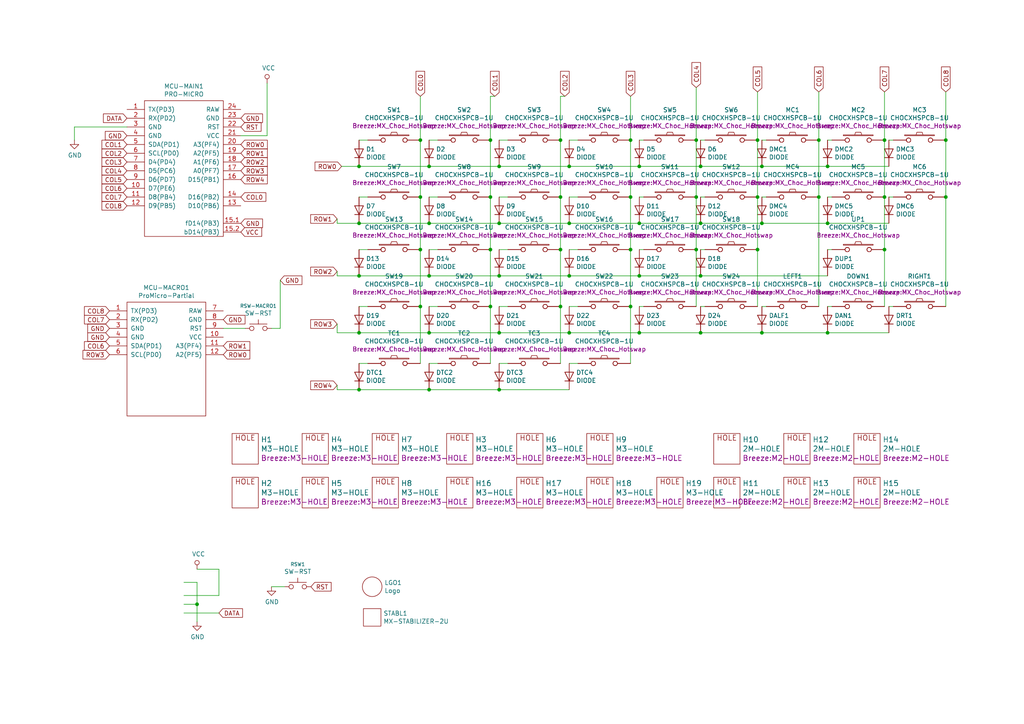
<source format=kicad_sch>
(kicad_sch (version 20230121) (generator eeschema)
  (paper "A4")
  (title_block (title "Breeze") (date "2023-05-21") (rev "Rev1.2") (company "Afternoon Labs LLC"))
  (junction (at 256.54 40.64))
  (junction (at 144.78 113.03))
  (junction (at 256.54 72.39))
  (junction (at 142.24 40.64))
  (junction (at 256.54 57.15))
  (junction (at 219.71 72.39))
  (junction (at 142.24 57.15))
  (junction (at 144.78 96.52))
  (junction (at 240.03 96.52))
  (junction (at 185.42 96.52))
  (junction (at 220.98 48.26))
  (junction (at 144.78 80.01))
  (junction (at 182.88 40.64))
  (junction (at 219.71 40.64))
  (junction (at 57.15 175.26))
  (junction (at 219.71 57.15))
  (junction (at 165.1 80.01))
  (junction (at 165.1 96.52))
  (junction (at 124.46 113.03))
  (junction (at 274.32 40.64))
  (junction (at 220.98 96.52))
  (junction (at 182.88 88.9))
  (junction (at 121.92 57.15))
  (junction (at 240.03 64.77))
  (junction (at 162.56 72.39))
  (junction (at 201.93 72.39))
  (junction (at 220.98 64.77))
  (junction (at 165.1 64.77))
  (junction (at 142.24 72.39))
  (junction (at 185.42 64.77))
  (junction (at 203.2 80.01))
  (junction (at 124.46 80.01))
  (junction (at 104.14 80.01))
  (junction (at 124.46 96.52))
  (junction (at 203.2 48.26))
  (junction (at 104.14 64.77))
  (junction (at 124.46 64.77))
  (junction (at 165.1 48.26))
  (junction (at 121.92 72.39))
  (junction (at 240.03 48.26))
  (junction (at 203.2 96.52))
  (junction (at 121.92 88.9))
  (junction (at 144.78 64.77))
  (junction (at 182.88 72.39))
  (junction (at 182.88 57.15))
  (junction (at 104.14 48.26))
  (junction (at 203.2 64.77))
  (junction (at 185.42 80.01))
  (junction (at 142.24 88.9))
  (junction (at 185.42 48.26))
  (junction (at 237.49 40.64))
  (junction (at 144.78 48.26))
  (junction (at 274.32 57.15))
  (junction (at 162.56 88.9))
  (junction (at 104.14 96.52))
  (junction (at 162.56 57.15))
  (junction (at 237.49 57.15))
  (junction (at 201.93 57.15))
  (junction (at 162.56 40.64))
  (junction (at 201.93 40.64))
  (junction (at 124.46 48.26))
  (junction (at 104.14 113.03))
  (junction (at 121.92 40.64))
  (wire (pts (xy 220.98 64.77) (xy 203.2 64.77)))
  (wire (pts (xy 121.92 57.15) (xy 121.92 72.39)))
  (wire (pts (xy 57.15 175.26) (xy 57.15 180.34)))
  (wire (pts (xy 36.83 36.83) (xy 21.59 36.83)))
  (wire (pts (xy 167.64 88.9) (xy 165.1 88.9)))
  (wire (pts (xy 99.06 48.26) (xy 104.14 48.26)))
  (wire (pts (xy 186.69 72.39) (xy 185.42 72.39)))
  (wire (pts (xy 185.42 48.26) (xy 165.1 48.26)))
  (wire (pts (xy 144.78 80.01) (xy 124.46 80.01)))
  (wire (pts (xy 57.15 165.1) (xy 63.5 165.1)))
  (wire (pts (xy 162.56 88.9) (xy 162.56 72.39)))
  (wire (pts (xy 256.54 40.64) (xy 256.54 26.67)))
  (wire (pts (xy 219.71 40.64) (xy 219.71 57.15)))
  (wire (pts (xy 127 57.15) (xy 124.46 57.15)))
  (wire (pts (xy 106.68 72.39) (xy 104.14 72.39)))
  (wire (pts (xy 77.47 24.13) (xy 77.47 39.37)))
  (wire (pts (xy 63.5 165.1) (xy 63.5 172.72)))
  (wire (pts (xy 104.14 64.77) (xy 97.79 64.77)))
  (wire (pts (xy 204.47 88.9) (xy 203.2 88.9)))
  (wire (pts (xy 165.1 113.03) (xy 144.78 113.03)))
  (wire (pts (xy 121.92 40.64) (xy 121.92 27.94)))
  (wire (pts (xy 147.32 105.41) (xy 144.78 105.41)))
  (wire (pts (xy 162.56 40.64) (xy 162.56 57.15)))
  (wire (pts (xy 259.08 40.64) (xy 257.81 40.64)))
  (wire (pts (xy 147.32 57.15) (xy 144.78 57.15)))
  (wire (pts (xy 147.32 40.64) (xy 144.78 40.64)))
  (wire (pts (xy 185.42 96.52) (xy 165.1 96.52)))
  (wire (pts (xy 257.81 64.77) (xy 240.03 64.77)))
  (wire (pts (xy 222.25 88.9) (xy 220.98 88.9)))
  (wire (pts (xy 259.08 88.9) (xy 257.81 88.9)))
  (wire (pts (xy 256.54 72.39) (xy 256.54 88.9)))
  (wire (pts (xy 182.88 40.64) (xy 182.88 57.15)))
  (wire (pts (xy 203.2 64.77) (xy 185.42 64.77)))
  (wire (pts (xy 106.68 57.15) (xy 104.14 57.15)))
  (wire (pts (xy 121.92 88.9) (xy 121.92 105.41)))
  (wire (pts (xy 121.92 40.64) (xy 121.92 57.15)))
  (wire (pts (xy 104.14 96.52) (xy 97.79 96.52)))
  (wire (pts (xy 167.64 40.64) (xy 165.1 40.64)))
  (wire (pts (xy 203.2 96.52) (xy 185.42 96.52)))
  (wire (pts (xy 204.47 72.39) (xy 203.2 72.39)))
  (wire (pts (xy 53.34 168.91) (xy 57.15 168.91)))
  (wire (pts (xy 64.77 95.25) (xy 71.12 95.25)))
  (wire (pts (xy 142.24 57.15) (xy 142.24 40.64)))
  (wire (pts (xy 124.46 80.01) (xy 104.14 80.01)))
  (wire (pts (xy 165.1 96.52) (xy 144.78 96.52)))
  (wire (pts (xy 124.46 96.52) (xy 104.14 96.52)))
  (wire (pts (xy 165.1 72.39) (xy 167.64 72.39)))
  (wire (pts (xy 203.2 80.01) (xy 185.42 80.01)))
  (wire (pts (xy 185.42 80.01) (xy 165.1 80.01)))
  (wire (pts (xy 127 40.64) (xy 124.46 40.64)))
  (wire (pts (xy 106.68 88.9) (xy 104.14 88.9)))
  (wire (pts (xy 257.81 48.26) (xy 240.03 48.26)))
  (wire (pts (xy 81.28 95.25) (xy 78.74 95.25)))
  (wire (pts (xy 165.1 80.01) (xy 144.78 80.01)))
  (wire (pts (xy 219.71 57.15) (xy 219.71 72.39)))
  (wire (pts (xy 220.98 48.26) (xy 203.2 48.26)))
  (wire (pts (xy 53.34 177.8) (xy 63.5 177.8)))
  (wire (pts (xy 144.78 48.26) (xy 124.46 48.26)))
  (wire (pts (xy 142.24 105.41) (xy 142.24 88.9)))
  (wire (pts (xy 203.2 96.52) (xy 220.98 96.52)))
  (wire (pts (xy 142.24 88.9) (xy 142.24 72.39)))
  (wire (pts (xy 162.56 57.15) (xy 162.56 72.39)))
  (wire (pts (xy 222.25 40.64) (xy 220.98 40.64)))
  (wire (pts (xy 201.93 88.9) (xy 201.93 72.39)))
  (wire (pts (xy 124.46 88.9) (xy 127 88.9)))
  (wire (pts (xy 167.64 105.41) (xy 165.1 105.41)))
  (wire (pts (xy 256.54 40.64) (xy 256.54 57.15)))
  (wire (pts (xy 257.81 96.52) (xy 240.03 96.52)))
  (wire (pts (xy 21.59 36.83) (xy 21.59 40.64)))
  (wire (pts (xy 237.49 40.64) (xy 237.49 26.67)))
  (wire (pts (xy 182.88 40.64) (xy 182.88 27.94)))
  (wire (pts (xy 162.56 40.64) (xy 162.56 27.94)))
  (wire (pts (xy 147.32 72.39) (xy 144.78 72.39)))
  (wire (pts (xy 104.14 64.77) (xy 124.46 64.77)))
  (wire (pts (xy 241.3 88.9) (xy 240.03 88.9)))
  (wire (pts (xy 237.49 40.64) (xy 237.49 57.15)))
  (wire (pts (xy 241.3 40.64) (xy 240.03 40.64)))
  (wire (pts (xy 97.79 113.03) (xy 97.79 111.76)))
  (wire (pts (xy 142.24 72.39) (xy 142.24 57.15)))
  (wire (pts (xy 97.79 96.52) (xy 97.79 93.98)))
  (wire (pts (xy 185.42 88.9) (xy 186.69 88.9)))
  (wire (pts (xy 165.1 48.26) (xy 144.78 48.26)))
  (wire (pts (xy 186.69 40.64) (xy 185.42 40.64)))
  (wire (pts (xy 97.79 80.01) (xy 97.79 78.74)))
  (wire (pts (xy 97.79 64.77) (xy 97.79 63.5)))
  (wire (pts (xy 274.32 40.64) (xy 274.32 57.15)))
  (wire (pts (xy 162.56 105.41) (xy 162.56 88.9)))
  (wire (pts (xy 203.2 48.26) (xy 185.42 48.26)))
  (wire (pts (xy 240.03 96.52) (xy 220.98 96.52)))
  (wire (pts (xy 124.46 113.03) (xy 144.78 113.03)))
  (wire (pts (xy 144.78 88.9) (xy 147.32 88.9)))
  (wire (pts (xy 201.93 40.64) (xy 201.93 25.4)))
  (wire (pts (xy 182.88 57.15) (xy 182.88 72.39)))
  (wire (pts (xy 127 72.39) (xy 124.46 72.39)))
  (wire (pts (xy 63.5 172.72) (xy 53.34 172.72)))
  (wire (pts (xy 201.93 57.15) (xy 201.93 72.39)))
  (wire (pts (xy 219.71 40.64) (xy 219.71 26.67)))
  (wire (pts (xy 69.85 39.37) (xy 77.47 39.37)))
  (wire (pts (xy 104.14 48.26) (xy 124.46 48.26)))
  (wire (pts (xy 241.3 72.39) (xy 240.03 72.39)))
  (wire (pts (xy 257.81 57.15) (xy 259.08 57.15)))
  (wire (pts (xy 127 105.41) (xy 124.46 105.41)))
  (wire (pts (xy 185.42 64.77) (xy 165.1 64.77)))
  (wire (pts (xy 201.93 57.15) (xy 201.93 40.64)))
  (wire (pts (xy 104.14 80.01) (xy 97.79 80.01)))
  (wire (pts (xy 220.98 57.15) (xy 222.25 57.15)))
  (wire (pts (xy 204.47 40.64) (xy 203.2 40.64)))
  (wire (pts (xy 144.78 96.52) (xy 124.46 96.52)))
  (wire (pts (xy 104.14 113.03) (xy 124.46 113.03)))
  (wire (pts (xy 186.69 57.15) (xy 185.42 57.15)))
  (wire (pts (xy 167.64 57.15) (xy 165.1 57.15)))
  (wire (pts (xy 142.24 27.94) (xy 143.51 27.94)))
  (wire (pts (xy 57.15 168.91) (xy 57.15 175.26)))
  (wire (pts (xy 203.2 57.15) (xy 204.47 57.15)))
  (wire (pts (xy 121.92 72.39) (xy 121.92 88.9)))
  (wire (pts (xy 182.88 88.9) (xy 182.88 72.39)))
  (wire (pts (xy 162.56 27.94) (xy 163.83 27.94)))
  (wire (pts (xy 240.03 80.01) (xy 203.2 80.01)))
  (wire (pts (xy 274.32 57.15) (xy 274.32 88.9)))
  (wire (pts (xy 219.71 72.39) (xy 219.71 88.9)))
  (wire (pts (xy 240.03 48.26) (xy 220.98 48.26)))
  (wire (pts (xy 182.88 88.9) (xy 182.88 105.41)))
  (wire (pts (xy 256.54 57.15) (xy 256.54 72.39)))
  (wire (pts (xy 240.03 64.77) (xy 220.98 64.77)))
  (wire (pts (xy 81.28 81.28) (xy 81.28 95.25)))
  (wire (pts (xy 241.3 57.15) (xy 240.03 57.15)))
  (wire (pts (xy 104.14 105.41) (xy 106.68 105.41)))
  (wire (pts (xy 124.46 64.77) (xy 144.78 64.77)))
  (wire (pts (xy 237.49 88.9) (xy 237.49 57.15)))
  (wire (pts (xy 53.34 175.26) (xy 57.15 175.26)))
  (wire (pts (xy 82.55 170.18) (xy 78.74 170.18)))
  (wire (pts (xy 165.1 64.77) (xy 144.78 64.77)))
  (wire (pts (xy 274.32 40.64) (xy 274.32 26.67)))
  (wire (pts (xy 104.14 113.03) (xy 97.79 113.03)))
  (wire (pts (xy 106.68 40.64) (xy 104.14 40.64)))
  (wire (pts (xy 142.24 40.64) (xy 142.24 27.94)))
  (global_label "RST" (shape input) (at 90.17 170.18 0) (property "Intersheetrefs" "${INTERSHEET_REFS}" (effects hide)))
  (global_label "COL5" (shape input) (at 219.71 26.67 90) (property "Intersheetrefs" "${INTERSHEET_REFS}" (effects hide)))
  (global_label "ROW4" (shape input) (at 97.79 111.76 180) (property "Intersheetrefs" "${INTERSHEET_REFS}" (effects hide)))
  (global_label "ROW4" (shape input) (at 69.85 52.07 0) (property "Intersheetrefs" "${INTERSHEET_REFS}" (effects hide)))
  (global_label "COL8" (shape input) (at 36.83 59.69 180) (property "Intersheetrefs" "${INTERSHEET_REFS}" (effects hide)))
  (global_label "COL2" (shape input) (at 163.83 27.94 90) (property "Intersheetrefs" "${INTERSHEET_REFS}" (effects hide)))
  (global_label "GND" (shape input) (at 81.28 81.28 0) (property "Intersheetrefs" "${INTERSHEET_REFS}" (effects hide)))
  (global_label "ROW2" (shape input) (at 69.85 46.99 0) (property "Intersheetrefs" "${INTERSHEET_REFS}" (effects hide)))
  (global_label "GND" (shape input) (at 69.85 34.29 0) (property "Intersheetrefs" "${INTERSHEET_REFS}" (effects hide)))
  (global_label "COL0" (shape input) (at 69.85 57.15 0) (property "Intersheetrefs" "${INTERSHEET_REFS}" (effects hide)))
  (global_label "ROW3" (shape input) (at 31.75 102.87 180) (property "Intersheetrefs" "${INTERSHEET_REFS}" (effects hide)))
  (global_label "GND" (shape input) (at 69.85 64.77 0) (property "Intersheetrefs" "${INTERSHEET_REFS}" (effects hide)))
  (global_label "ROW0" (shape input) (at 64.77 102.87 0) (property "Intersheetrefs" "${INTERSHEET_REFS}" (effects hide)))
  (global_label "COL8" (shape input) (at 31.75 90.17 180) (property "Intersheetrefs" "${INTERSHEET_REFS}" (effects hide)))
  (global_label "COL6" (shape input) (at 237.49 26.67 90) (property "Intersheetrefs" "${INTERSHEET_REFS}" (effects hide)))
  (global_label "GND" (shape input) (at 31.75 95.25 180) (property "Intersheetrefs" "${INTERSHEET_REFS}" (effects hide)))
  (global_label "COL7" (shape input) (at 36.83 57.15 180) (property "Intersheetrefs" "${INTERSHEET_REFS}" (effects hide)))
  (global_label "GND" (shape input) (at 64.77 92.71 0) (property "Intersheetrefs" "${INTERSHEET_REFS}" (effects hide)))
  (global_label "COL0" (shape input) (at 121.92 27.94 90) (property "Intersheetrefs" "${INTERSHEET_REFS}" (effects hide)))
  (global_label "ROW1" (shape input) (at 69.85 44.45 0) (property "Intersheetrefs" "${INTERSHEET_REFS}" (effects hide)))
  (global_label "COL4" (shape input) (at 201.93 25.4 90) (property "Intersheetrefs" "${INTERSHEET_REFS}" (effects hide)))
  (global_label "ROW0" (shape input) (at 99.06 48.26 180) (property "Intersheetrefs" "${INTERSHEET_REFS}" (effects hide)))
  (global_label "COL4" (shape input) (at 36.83 49.53 180) (property "Intersheetrefs" "${INTERSHEET_REFS}" (effects hide)))
  (global_label "ROW3" (shape input) (at 69.85 49.53 0) (property "Intersheetrefs" "${INTERSHEET_REFS}" (effects hide)))
  (global_label "COL1" (shape input) (at 36.83 41.91 180) (property "Intersheetrefs" "${INTERSHEET_REFS}" (effects hide)))
  (global_label "ROW2" (shape input) (at 97.79 78.74 180) (property "Intersheetrefs" "${INTERSHEET_REFS}" (effects hide)))
  (global_label "GND" (shape input) (at 31.75 97.79 180) (property "Intersheetrefs" "${INTERSHEET_REFS}" (effects hide)))
  (global_label "GND" (shape input) (at 36.83 39.37 180) (property "Intersheetrefs" "${INTERSHEET_REFS}" (effects hide)))
  (global_label "COL6" (shape input) (at 36.83 54.61 180) (property "Intersheetrefs" "${INTERSHEET_REFS}" (effects hide)))
  (global_label "ROW1" (shape input) (at 97.79 63.5 180) (property "Intersheetrefs" "${INTERSHEET_REFS}" (effects hide)))
  (global_label "VCC" (shape input) (at 69.85 67.31 0) (property "Intersheetrefs" "${INTERSHEET_REFS}" (effects hide)))
  (global_label "ROW1" (shape input) (at 64.77 100.33 0) (property "Intersheetrefs" "${INTERSHEET_REFS}" (effects hide)))
  (global_label "COL1" (shape input) (at 143.51 27.94 90) (property "Intersheetrefs" "${INTERSHEET_REFS}" (effects hide)))
  (global_label "COL8" (shape input) (at 274.32 26.67 90) (property "Intersheetrefs" "${INTERSHEET_REFS}" (effects hide)))
  (global_label "COL7" (shape input) (at 256.54 26.67 90) (property "Intersheetrefs" "${INTERSHEET_REFS}" (effects hide)))
  (global_label "COL6" (shape input) (at 31.75 100.33 180) (property "Intersheetrefs" "${INTERSHEET_REFS}" (effects hide)))
  (global_label "COL3" (shape input) (at 36.83 46.99 180) (property "Intersheetrefs" "${INTERSHEET_REFS}" (effects hide)))
  (global_label "COL3" (shape input) (at 182.88 27.94 90) (property "Intersheetrefs" "${INTERSHEET_REFS}" (effects hide)))
  (global_label "COL7" (shape input) (at 31.75 92.71 180) (property "Intersheetrefs" "${INTERSHEET_REFS}" (effects hide)))
  (global_label "ROW0" (shape input) (at 69.85 41.91 0) (property "Intersheetrefs" "${INTERSHEET_REFS}" (effects hide)))
  (global_label "RST" (shape input) (at 69.85 36.83 0) (property "Intersheetrefs" "${INTERSHEET_REFS}" (effects hide)))
  (global_label "COL2" (shape input) (at 36.83 44.45 180) (property "Intersheetrefs" "${INTERSHEET_REFS}" (effects hide)))
  (global_label "DATA" (shape input) (at 36.83 34.29 180) (property "Intersheetrefs" "${INTERSHEET_REFS}" (effects hide)))
  (global_label "COL5" (shape input) (at 36.83 52.07 180) (property "Intersheetrefs" "${INTERSHEET_REFS}" (effects hide)))
  (global_label "DATA" (shape input) (at 63.5 177.8 0) (property "Intersheetrefs" "${INTERSHEET_REFS}" (effects hide)))
  (global_label "ROW3" (shape input) (at 97.79 93.98 180) (property "Intersheetrefs" "${INTERSHEET_REFS}" (effects hide)))
  (symbol (lib_id "Breeze-rescue:ProMicro-Merkaba_Rev0-rescue-Breeze-rescue") (at 53.34 45.72 0) (unit 1)
    (property "Reference" "MCU-MAIN1" (at 53.34 25.019 0))
    (property "Value" "PRO-MICRO" (at 53.34 27.3304 0))
    (property "Footprint" "Breeze:ProMicro" (effects hide))
  )
  (symbol (lib_id "Breeze-rescue:GND-power-Merkaba_Rev0-rescue-Breeze-rescue") (at 21.59 40.64 0) (unit 1)
    (property "Reference" "#PWR0101" (effects hide))
    (property "Value" "GND-power" (at 21.717 45.0342 0))
  )
  (symbol (lib_id "Breeze-rescue:VCC-power-Merkaba_Rev0-rescue-Breeze-rescue") (at 77.47 24.13 0) (unit 1)
    (property "Reference" "#PWR0102" (effects hide))
    (property "Value" "VCC-power" (at 77.9018 19.7358 0))
  )
  (symbol (lib_id "Breeze-rescue:SW_RST-Lily58-cache-Merkaba_Rev0-rescue-Breeze-rescue") (at 86.36 170.18 0) (unit 1)
    (property "Reference" "RSW1" (at 86.36 163.6776 0) (effects (font (size 1.016 1.016))))
    (property "Value" "SW-RST" (at 86.36 165.7858 0))
    (property "Footprint" "Breeze:TACT_SWITCH_TVBP06" (effects hide))
  )
  (symbol (lib_id "Breeze-rescue:GND-power-Merkaba_Rev0-rescue-Breeze-rescue") (at 78.74 170.18 0) (unit 1)
    (property "Reference" "#PWR0103" (effects hide))
    (property "Value" "GND-power" (at 78.867 174.5742 0))
  )
  (symbol (lib_id "Breeze-rescue:GND-power-Merkaba_Rev0-rescue-Breeze-rescue") (at 57.15 180.34 0) (unit 1)
    (property "Reference" "#PWR0104" (effects hide))
    (property "Value" "GND-power" (at 57.277 184.7342 0))
  )
  (symbol (lib_id "Breeze-rescue:VCC-power-Merkaba_Rev0-rescue-Breeze-rescue") (at 57.15 165.1 0) (unit 1)
    (property "Reference" "#PWR0105" (effects hide))
    (property "Value" "VCC-power" (at 57.5818 160.7058 0))
  )
  (symbol (lib_id "Breeze-rescue:CHOCXHSPCB-1U-cache-Merkaba_Rev0-rescue-Breeze-rescue") (at 114.3 40.64 0) (unit 1)
    (property "Reference" "SW1" (at 114.3 31.877 0))
    (property "Value" "CHOCXHSPCB-1U" (at 114.3 34.1884 0))
    (property "Footprint" "Breeze:MX_Choc_Hotswap" (at 114.3 36.4998 0))
  )
  (symbol (lib_id "Breeze-rescue:CHOCXHSPCB-1U-cache-Merkaba_Rev0-rescue-Breeze-rescue") (at 134.62 40.64 0) (unit 1)
    (property "Reference" "SW2" (at 134.62 31.877 0))
    (property "Value" "CHOCXHSPCB-1U" (at 134.62 34.1884 0))
    (property "Footprint" "Breeze:MX_Choc_Hotswap" (at 134.62 36.4998 0))
  )
  (symbol (lib_id "Breeze-rescue:CHOCXHSPCB-1U-cache-Merkaba_Rev0-rescue-Breeze-rescue") (at 154.94 40.64 0) (unit 1)
    (property "Reference" "SW3" (at 154.94 31.877 0))
    (property "Value" "CHOCXHSPCB-1U" (at 154.94 34.1884 0))
    (property "Footprint" "Breeze:MX_Choc_Hotswap" (at 154.94 36.4998 0))
  )
  (symbol (lib_id "Breeze-rescue:CHOCXHSPCB-1U-cache-Merkaba_Rev0-rescue-Breeze-rescue") (at 175.26 40.64 0) (unit 1)
    (property "Reference" "SW4" (at 175.26 31.877 0))
    (property "Value" "CHOCXHSPCB-1U" (at 175.26 34.1884 0))
    (property "Footprint" "Breeze:MX_Choc_Hotswap" (at 175.26 36.4998 0))
  )
  (symbol (lib_id "Breeze-rescue:CHOCXHSPCB-1U-cache-Merkaba_Rev0-rescue-Breeze-rescue") (at 194.31 40.64 0) (unit 1)
    (property "Reference" "SW5" (at 194.31 31.877 0))
    (property "Value" "CHOCXHSPCB-1U" (at 194.31 34.1884 0))
    (property "Footprint" "Breeze:MX_Choc_Hotswap" (at 194.31 36.4998 0))
  )
  (symbol (lib_id "Breeze-rescue:CHOCXHSPCB-1U-cache-Merkaba_Rev0-rescue-Breeze-rescue") (at 212.09 40.64 0) (unit 1)
    (property "Reference" "SW6" (at 212.09 31.877 0))
    (property "Value" "CHOCXHSPCB-1U" (at 212.09 34.1884 0))
    (property "Footprint" "Breeze:MX_Choc_Hotswap" (at 212.09 36.4998 0))
  )
  (symbol (lib_id "Breeze-rescue:CHOCXHSPCB-1U-cache-Merkaba_Rev0-rescue-Breeze-rescue") (at 229.87 40.64 0) (unit 1)
    (property "Reference" "MC1" (at 229.87 31.877 0))
    (property "Value" "CHOCXHSPCB-1U" (at 229.87 34.1884 0))
    (property "Footprint" "Breeze:MX_Choc_Hotswap" (at 229.87 36.4998 0))
  )
  (symbol (lib_id "Breeze-rescue:CHOCXHSPCB-1U-cache-Merkaba_Rev0-rescue-Breeze-rescue") (at 248.92 40.64 0) (unit 1)
    (property "Reference" "MC2" (at 248.92 31.877 0))
    (property "Value" "CHOCXHSPCB-1U" (at 248.92 34.1884 0))
    (property "Footprint" "Breeze:MX_Choc_Hotswap" (at 248.92 36.4998 0))
  )
  (symbol (lib_id "Breeze-rescue:CHOCXHSPCB-1U-cache-Merkaba_Rev0-rescue-Breeze-rescue") (at 266.7 40.64 0) (unit 1)
    (property "Reference" "MC3" (at 266.7 31.877 0))
    (property "Value" "CHOCXHSPCB-1U" (at 266.7 34.1884 0))
    (property "Footprint" "Breeze:MX_Choc_Hotswap" (at 266.7 36.4998 0))
  )
  (symbol (lib_id "Breeze-rescue:CHOCXHSPCB-1U-cache-Merkaba_Rev0-rescue-Breeze-rescue") (at 114.3 57.15 0) (unit 1)
    (property "Reference" "SW7" (at 114.3 48.387 0))
    (property "Value" "CHOCXHSPCB-1U" (at 114.3 50.6984 0))
    (property "Footprint" "Breeze:MX_Choc_Hotswap" (at 114.3 53.0098 0))
  )
  (symbol (lib_id "Breeze-rescue:CHOCXHSPCB-1U-cache-Merkaba_Rev0-rescue-Breeze-rescue") (at 134.62 57.15 0) (unit 1)
    (property "Reference" "SW8" (at 134.62 48.387 0))
    (property "Value" "CHOCXHSPCB-1U" (at 134.62 50.6984 0))
    (property "Footprint" "Breeze:MX_Choc_Hotswap" (at 134.62 53.0098 0))
  )
  (symbol (lib_id "Breeze-rescue:CHOCXHSPCB-1U-cache-Merkaba_Rev0-rescue-Breeze-rescue") (at 154.94 57.15 0) (unit 1)
    (property "Reference" "SW9" (at 154.94 48.387 0))
    (property "Value" "CHOCXHSPCB-1U" (at 154.94 50.6984 0))
    (property "Footprint" "Breeze:MX_Choc_Hotswap" (at 154.94 53.0098 0))
  )
  (symbol (lib_id "Breeze-rescue:CHOCXHSPCB-1U-cache-Merkaba_Rev0-rescue-Breeze-rescue") (at 175.26 57.15 0) (unit 1)
    (property "Reference" "SW10" (at 175.26 48.387 0))
    (property "Value" "CHOCXHSPCB-1U" (at 175.26 50.6984 0))
    (property "Footprint" "Breeze:MX_Choc_Hotswap" (at 175.26 53.0098 0))
  )
  (symbol (lib_id "Breeze-rescue:CHOCXHSPCB-1U-cache-Merkaba_Rev0-rescue-Breeze-rescue") (at 194.31 57.15 0) (unit 1)
    (property "Reference" "SW11" (at 194.31 48.387 0))
    (property "Value" "CHOCXHSPCB-1U" (at 194.31 50.6984 0))
    (property "Footprint" "Breeze:MX_Choc_Hotswap" (at 194.31 53.0098 0))
  )
  (symbol (lib_id "Breeze-rescue:CHOCXHSPCB-1U-cache-Merkaba_Rev0-rescue-Breeze-rescue") (at 212.09 57.15 0) (unit 1)
    (property "Reference" "SW12" (at 212.09 48.387 0))
    (property "Value" "CHOCXHSPCB-1U" (at 212.09 50.6984 0))
    (property "Footprint" "Breeze:MX_Choc_Hotswap" (at 212.09 53.0098 0))
  )
  (symbol (lib_id "Breeze-rescue:CHOCXHSPCB-1U-cache-Merkaba_Rev0-rescue-Breeze-rescue") (at 229.87 57.15 0) (unit 1)
    (property "Reference" "MC4" (at 229.87 48.387 0))
    (property "Value" "CHOCXHSPCB-1U" (at 229.87 50.6984 0))
    (property "Footprint" "Breeze:MX_Choc_Hotswap" (at 229.87 53.0098 0))
  )
  (symbol (lib_id "Breeze-rescue:CHOCXHSPCB-1U-cache-Merkaba_Rev0-rescue-Breeze-rescue") (at 248.92 57.15 0) (unit 1)
    (property "Reference" "MC5" (at 248.92 48.387 0))
    (property "Value" "CHOCXHSPCB-1U" (at 248.92 50.6984 0))
    (property "Footprint" "Breeze:MX_Choc_Hotswap" (at 248.92 53.0098 0))
  )
  (symbol (lib_id "Breeze-rescue:CHOCXHSPCB-1U-cache-Merkaba_Rev0-rescue-Breeze-rescue") (at 266.7 57.15 0) (unit 1)
    (property "Reference" "MC6" (at 266.7 48.387 0))
    (property "Value" "CHOCXHSPCB-1U" (at 266.7 50.6984 0))
    (property "Footprint" "Breeze:MX_Choc_Hotswap" (at 266.7 53.0098 0))
  )
  (symbol (lib_id "Breeze-rescue:CHOCXHSPCB-1U-cache-Merkaba_Rev0-rescue-Breeze-rescue") (at 114.3 72.39 0) (unit 1)
    (property "Reference" "SW13" (at 114.3 63.627 0))
    (property "Value" "CHOCXHSPCB-1U" (at 114.3 65.9384 0))
    (property "Footprint" "Breeze:MX_Choc_Hotswap" (at 114.3 68.2498 0))
  )
  (symbol (lib_id "Breeze-rescue:CHOCXHSPCB-1U-cache-Merkaba_Rev0-rescue-Breeze-rescue") (at 134.62 72.39 0) (unit 1)
    (property "Reference" "SW14" (at 134.62 63.627 0))
    (property "Value" "CHOCXHSPCB-1U" (at 134.62 65.9384 0))
    (property "Footprint" "Breeze:MX_Choc_Hotswap" (at 134.62 68.2498 0))
  )
  (symbol (lib_id "Breeze-rescue:CHOCXHSPCB-1U-cache-Merkaba_Rev0-rescue-Breeze-rescue") (at 154.94 72.39 0) (unit 1)
    (property "Reference" "SW15" (at 154.94 63.627 0))
    (property "Value" "CHOCXHSPCB-1U" (at 154.94 65.9384 0))
    (property "Footprint" "Breeze:MX_Choc_Hotswap" (at 154.94 68.2498 0))
  )
  (symbol (lib_id "Breeze-rescue:CHOCXHSPCB-1U-cache-Merkaba_Rev0-rescue-Breeze-rescue") (at 175.26 72.39 0) (unit 1)
    (property "Reference" "SW16" (at 175.26 63.627 0))
    (property "Value" "CHOCXHSPCB-1U" (at 175.26 65.9384 0))
    (property "Footprint" "Breeze:MX_Choc_Hotswap" (at 175.26 68.2498 0))
  )
  (symbol (lib_id "Breeze-rescue:CHOCXHSPCB-1U-cache-Merkaba_Rev0-rescue-Breeze-rescue") (at 194.31 72.39 0) (unit 1)
    (property "Reference" "SW17" (at 194.31 63.627 0))
    (property "Value" "CHOCXHSPCB-1U" (at 194.31 65.9384 0))
    (property "Footprint" "Breeze:MX_Choc_Hotswap" (at 194.31 68.2498 0))
  )
  (symbol (lib_id "Breeze-rescue:CHOCXHSPCB-1U-cache-Merkaba_Rev0-rescue-Breeze-rescue") (at 212.09 72.39 0) (unit 1)
    (property "Reference" "SW18" (at 212.09 63.627 0))
    (property "Value" "CHOCXHSPCB-1U" (at 212.09 65.9384 0))
    (property "Footprint" "Breeze:MX_Choc_Hotswap" (at 212.09 68.2498 0))
  )
  (symbol (lib_id "Breeze-rescue:CHOCXHSPCB-1U-cache-Merkaba_Rev0-rescue-Breeze-rescue") (at 248.92 72.39 0) (unit 1)
    (property "Reference" "UP1" (at 248.92 63.627 0))
    (property "Value" "CHOCXHSPCB-1U" (at 248.92 65.9384 0))
    (property "Footprint" "Breeze:MX_Choc_Hotswap" (at 248.92 68.2498 0))
  )
  (symbol (lib_id "Breeze-rescue:CHOCXHSPCB-1U-cache-Merkaba_Rev0-rescue-Breeze-rescue") (at 114.3 88.9 0) (unit 1)
    (property "Reference" "SW19" (at 114.3 80.137 0))
    (property "Value" "CHOCXHSPCB-1U" (at 114.3 82.4484 0))
    (property "Footprint" "Breeze:MX_Choc_Hotswap" (at 114.3 84.7598 0))
  )
  (symbol (lib_id "Breeze-rescue:CHOCXHSPCB-1U-cache-Merkaba_Rev0-rescue-Breeze-rescue") (at 134.62 88.9 0) (unit 1)
    (property "Reference" "SW20" (at 134.62 80.137 0))
    (property "Value" "CHOCXHSPCB-1U" (at 134.62 82.4484 0))
    (property "Footprint" "Breeze:MX_Choc_Hotswap" (at 134.62 84.7598 0))
  )
  (symbol (lib_id "Breeze-rescue:CHOCXHSPCB-1U-cache-Merkaba_Rev0-rescue-Breeze-rescue") (at 154.94 88.9 0) (unit 1)
    (property "Reference" "SW21" (at 154.94 80.137 0))
    (property "Value" "CHOCXHSPCB-1U" (at 154.94 82.4484 0))
    (property "Footprint" "Breeze:MX_Choc_Hotswap" (at 154.94 84.7598 0))
  )
  (symbol (lib_id "Breeze-rescue:CHOCXHSPCB-1U-cache-Merkaba_Rev0-rescue-Breeze-rescue") (at 175.26 88.9 0) (unit 1)
    (property "Reference" "SW22" (at 175.26 80.137 0))
    (property "Value" "CHOCXHSPCB-1U" (at 175.26 82.4484 0))
    (property "Footprint" "Breeze:MX_Choc_Hotswap" (at 175.26 84.7598 0))
  )
  (symbol (lib_id "Breeze-rescue:CHOCXHSPCB-1U-cache-Merkaba_Rev0-rescue-Breeze-rescue") (at 194.31 88.9 0) (unit 1)
    (property "Reference" "SW23" (at 194.31 80.137 0))
    (property "Value" "CHOCXHSPCB-1U" (at 194.31 82.4484 0))
    (property "Footprint" "Breeze:MX_Choc_Hotswap" (at 194.31 84.7598 0))
  )
  (symbol (lib_id "Breeze-rescue:CHOCXHSPCB-1U-cache-Merkaba_Rev0-rescue-Breeze-rescue") (at 212.09 88.9 0) (unit 1)
    (property "Reference" "SW24" (at 212.09 80.137 0))
    (property "Value" "CHOCXHSPCB-1U" (at 212.09 82.4484 0))
    (property "Footprint" "Breeze:MX_Choc_Hotswap" (at 212.09 84.7598 0))
  )
  (symbol (lib_id "Breeze-rescue:CHOCXHSPCB-1U-cache-Merkaba_Rev0-rescue-Breeze-rescue") (at 229.87 88.9 0) (unit 1)
    (property "Reference" "LEFT1" (at 229.87 80.137 0))
    (property "Value" "CHOCXHSPCB-1U" (at 229.87 82.4484 0))
    (property "Footprint" "Breeze:MX_Choc_Hotswap" (at 229.87 84.7598 0))
  )
  (symbol (lib_id "Breeze-rescue:CHOCXHSPCB-1U-cache-Merkaba_Rev0-rescue-Breeze-rescue") (at 248.92 88.9 0) (unit 1)
    (property "Reference" "DOWN1" (at 248.92 80.137 0))
    (property "Value" "CHOCXHSPCB-1U" (at 248.92 82.4484 0))
    (property "Footprint" "Breeze:MX_Choc_Hotswap" (at 248.92 84.7598 0))
  )
  (symbol (lib_id "Breeze-rescue:CHOCXHSPCB-1U-cache-Merkaba_Rev0-rescue-Breeze-rescue") (at 266.7 88.9 0) (unit 1)
    (property "Reference" "RIGHT1" (at 266.7 80.137 0))
    (property "Value" "CHOCXHSPCB-1U" (at 266.7 82.4484 0))
    (property "Footprint" "Breeze:MX_Choc_Hotswap" (at 266.7 84.7598 0))
  )
  (symbol (lib_id "Breeze-rescue:CHOCXHSPCB-1U-cache-Merkaba_Rev0-rescue-Breeze-rescue") (at 114.3 105.41 0) (unit 1)
    (property "Reference" "TC1" (at 114.3 96.647 0))
    (property "Value" "CHOCXHSPCB-1U" (at 114.3 98.9584 0))
    (property "Footprint" "Breeze:MX_Choc_Hotswap" (at 114.3 101.2698 0))
  )
  (symbol (lib_id "Breeze-rescue:CHOCXHSPCB-1U-cache-Merkaba_Rev0-rescue-Breeze-rescue") (at 134.62 105.41 0) (unit 1)
    (property "Reference" "TC2" (at 134.62 96.647 0))
    (property "Value" "CHOCXHSPCB-1U" (at 134.62 98.9584 0))
    (property "Footprint" "Breeze:MX_Choc_Hotswap" (at 134.62 101.2698 0))
  )
  (symbol (lib_id "Breeze-rescue:CHOCXHSPCB-1U-cache-Merkaba_Rev0-rescue-Breeze-rescue") (at 154.94 105.41 0) (unit 1)
    (property "Reference" "TC3" (at 154.94 96.647 0))
    (property "Value" "CHOCXHSPCB-1U" (at 154.94 98.9584 0))
    (property "Footprint" "Breeze:MX_Choc_Hotswap" (at 154.94 101.2698 0))
  )
  (symbol (lib_id "Breeze-rescue:CHOCXHSPCB-1U-cache-Merkaba_Rev0-rescue-Breeze-rescue") (at 175.26 105.41 0) (unit 1)
    (property "Reference" "TC4" (at 175.26 96.647 0))
    (property "Value" "CHOCXHSPCB-1U" (at 175.26 98.9584 0))
    (property "Footprint" "Breeze:MX_Choc_Hotswap" (at 175.26 101.2698 0))
  )
  (symbol (lib_id "Breeze-rescue:ProMicro-Partial2-Merkaba_Rev0-rescue-Breeze-rescue") (at 48.26 104.14 0) (unit 1)
    (property "Reference" "MCU-MACRO1" (at 48.26 83.439 0))
    (property "Value" "ProMicro-Partial" (at 48.26 85.7504 0))
    (property "Footprint" "Breeze:PROMICRO-PARTIAL2" (effects hide))
  )
  (symbol (lib_id "Breeze-rescue:Diode-cache-Merkaba_Rev0-rescue-Breeze-rescue") (at 104.14 44.45 90) (unit 1)
    (property "Reference" "D1" (at 106.1466 43.2816 90) (effects (justify right)))
    (property "Value" "DIODE" (at 106.1466 45.593 90) (effects (justify right)))
    (property "Footprint" "Diode_SMD:D_SOD-123F" (effects hide))
    (property "LCSC" "C64898" (effects hide))
    (property "JLCPCB Part #" "    C391324" (effects hide))
  )
  (symbol (lib_id "Breeze-rescue:Diode-cache-Merkaba_Rev0-rescue-Breeze-rescue") (at 124.46 44.45 90) (unit 1)
    (property "Reference" "D2" (at 126.4666 43.2816 90) (effects (justify right)))
    (property "Value" "DIODE" (at 126.4666 45.593 90) (effects (justify right)))
    (property "Footprint" "Diode_SMD:D_SOD-123F" (effects hide))
    (property "LCSC" "C64898" (effects hide))
    (property "JLCPCB Part #" "    C391324" (effects hide))
  )
  (symbol (lib_id "Breeze-rescue:Diode-cache-Merkaba_Rev0-rescue-Breeze-rescue") (at 144.78 44.45 90) (unit 1)
    (property "Reference" "D3" (at 146.7866 43.2816 90) (effects (justify right)))
    (property "Value" "DIODE" (at 146.7866 45.593 90) (effects (justify right)))
    (property "Footprint" "Diode_SMD:D_SOD-123F" (effects hide))
    (property "LCSC" "C64898" (effects hide))
    (property "JLCPCB Part #" "    C391324" (effects hide))
  )
  (symbol (lib_id "Breeze-rescue:Diode-cache-Merkaba_Rev0-rescue-Breeze-rescue") (at 165.1 44.45 90) (unit 1)
    (property "Reference" "D4" (at 167.1066 43.2816 90) (effects (justify right)))
    (property "Value" "DIODE" (at 167.1066 45.593 90) (effects (justify right)))
    (property "Footprint" "Diode_SMD:D_SOD-123F" (effects hide))
    (property "LCSC" "C64898" (effects hide))
    (property "JLCPCB Part #" "    C391324" (effects hide))
  )
  (symbol (lib_id "Breeze-rescue:Diode-cache-Merkaba_Rev0-rescue-Breeze-rescue") (at 185.42 44.45 90) (unit 1)
    (property "Reference" "D5" (at 187.4266 43.2816 90) (effects (justify right)))
    (property "Value" "DIODE" (at 187.4266 45.593 90) (effects (justify right)))
    (property "Footprint" "Diode_SMD:D_SOD-123F" (effects hide))
    (property "LCSC" "C64898" (effects hide))
    (property "JLCPCB Part #" "    C391324" (effects hide))
  )
  (symbol (lib_id "Breeze-rescue:Diode-cache-Merkaba_Rev0-rescue-Breeze-rescue") (at 220.98 44.45 90) (unit 1)
    (property "Reference" "DMC1" (at 222.9866 43.2816 90) (effects (justify right)))
    (property "Value" "DIODE" (at 222.9866 45.593 90) (effects (justify right)))
    (property "Footprint" "Diode_SMD:D_SOD-123F" (effects hide))
    (property "LCSC" "C64898" (effects hide))
    (property "JLCPCB Part #" "    C391324" (effects hide))
  )
  (symbol (lib_id "Breeze-rescue:Diode-cache-Merkaba_Rev0-rescue-Breeze-rescue") (at 240.03 44.45 90) (unit 1)
    (property "Reference" "DMC2" (at 242.0366 43.2816 90) (effects (justify right)))
    (property "Value" "DIODE" (at 242.0366 45.593 90) (effects (justify right)))
    (property "Footprint" "Diode_SMD:D_SOD-123F" (effects hide))
    (property "LCSC" "C64898" (effects hide))
    (property "JLCPCB Part #" "    C391324" (effects hide))
  )
  (symbol (lib_id "Breeze-rescue:Diode-cache-Merkaba_Rev0-rescue-Breeze-rescue") (at 203.2 44.45 90) (unit 1)
    (property "Reference" "D6" (at 205.2066 43.2816 90) (effects (justify right)))
    (property "Value" "DIODE" (at 205.2066 45.593 90) (effects (justify right)))
    (property "Footprint" "Diode_SMD:D_SOD-123F" (effects hide))
    (property "LCSC" "C64898" (effects hide))
    (property "JLCPCB Part #" "    C391324" (effects hide))
  )
  (symbol (lib_id "Breeze-rescue:Diode-cache-Merkaba_Rev0-rescue-Breeze-rescue") (at 257.81 44.45 90) (unit 1)
    (property "Reference" "DMC3" (at 259.8166 43.2816 90) (effects (justify right)))
    (property "Value" "DIODE" (at 259.8166 45.593 90) (effects (justify right)))
    (property "Footprint" "Diode_SMD:D_SOD-123F" (effects hide))
    (property "LCSC" "C64898" (effects hide))
    (property "JLCPCB Part #" "    C391324" (effects hide))
  )
  (symbol (lib_id "Breeze-rescue:SW_RST-Lily58-cache-Merkaba_Rev0-rescue-Breeze-rescue") (at 74.93 95.25 0) (unit 1)
    (property "Reference" "RSW-MACRO1" (at 74.93 88.7476 0) (effects (font (size 1.016 1.016))))
    (property "Value" "SW-RST" (at 74.93 90.8558 0))
    (property "Footprint" "Breeze:TACT_SWITCH_TVBP06" (effects hide))
  )
  (symbol (lib_id "Breeze-rescue:Diode-cache-Merkaba_Rev0-rescue-Breeze-rescue") (at 104.14 60.96 90) (unit 1)
    (property "Reference" "D7" (at 106.1466 59.7916 90) (effects (justify right)))
    (property "Value" "DIODE" (at 106.1466 62.103 90) (effects (justify right)))
    (property "Footprint" "Diode_SMD:D_SOD-123F" (effects hide))
    (property "LCSC" "C64898" (effects hide))
    (property "JLCPCB Part #" "    C391324" (effects hide))
  )
  (symbol (lib_id "Breeze-rescue:Diode-cache-Merkaba_Rev0-rescue-Breeze-rescue") (at 124.46 60.96 90) (unit 1)
    (property "Reference" "D8" (at 126.4666 59.7916 90) (effects (justify right)))
    (property "Value" "DIODE" (at 126.4666 62.103 90) (effects (justify right)))
    (property "Footprint" "Diode_SMD:D_SOD-123F" (effects hide))
    (property "LCSC" "C64898" (effects hide))
    (property "JLCPCB Part #" "    C391324" (effects hide))
  )
  (symbol (lib_id "Breeze-rescue:Diode-cache-Merkaba_Rev0-rescue-Breeze-rescue") (at 144.78 60.96 90) (unit 1)
    (property "Reference" "D9" (at 146.7866 59.7916 90) (effects (justify right)))
    (property "Value" "DIODE" (at 146.7866 62.103 90) (effects (justify right)))
    (property "Footprint" "Diode_SMD:D_SOD-123F" (effects hide))
    (property "LCSC" "C64898" (effects hide))
    (property "JLCPCB Part #" "    C391324" (effects hide))
  )
  (symbol (lib_id "Breeze-rescue:Diode-cache-Merkaba_Rev0-rescue-Breeze-rescue") (at 165.1 60.96 90) (unit 1)
    (property "Reference" "D10" (at 167.1066 59.7916 90) (effects (justify right)))
    (property "Value" "DIODE" (at 167.1066 62.103 90) (effects (justify right)))
    (property "Footprint" "Diode_SMD:D_SOD-123F" (effects hide))
    (property "LCSC" "C64898" (effects hide))
    (property "JLCPCB Part #" "    C391324" (effects hide))
  )
  (symbol (lib_id "Breeze-rescue:Diode-cache-Merkaba_Rev0-rescue-Breeze-rescue") (at 185.42 60.96 90) (unit 1)
    (property "Reference" "D11" (at 187.4266 59.7916 90) (effects (justify right)))
    (property "Value" "DIODE" (at 187.4266 62.103 90) (effects (justify right)))
    (property "Footprint" "Diode_SMD:D_SOD-123F" (effects hide))
    (property "LCSC" "C64898" (effects hide))
    (property "JLCPCB Part #" "    C391324" (effects hide))
  )
  (symbol (lib_id "Breeze-rescue:Diode-cache-Merkaba_Rev0-rescue-Breeze-rescue") (at 220.98 60.96 90) (unit 1)
    (property "Reference" "DMC4" (at 222.9866 59.7916 90) (effects (justify right)))
    (property "Value" "DIODE" (at 222.9866 62.103 90) (effects (justify right)))
    (property "Footprint" "Diode_SMD:D_SOD-123F" (effects hide))
    (property "LCSC" "C64898" (effects hide))
    (property "JLCPCB Part #" "    C391324" (effects hide))
  )
  (symbol (lib_id "Breeze-rescue:Diode-cache-Merkaba_Rev0-rescue-Breeze-rescue") (at 240.03 60.96 90) (unit 1)
    (property "Reference" "DMC5" (at 242.0366 59.7916 90) (effects (justify right)))
    (property "Value" "DIODE" (at 242.0366 62.103 90) (effects (justify right)))
    (property "Footprint" "Diode_SMD:D_SOD-123F" (effects hide))
    (property "LCSC" "C64898" (effects hide))
    (property "JLCPCB Part #" "    C391324" (effects hide))
  )
  (symbol (lib_id "Breeze-rescue:Diode-cache-Merkaba_Rev0-rescue-Breeze-rescue") (at 203.2 60.96 90) (unit 1)
    (property "Reference" "D12" (at 205.2066 59.7916 90) (effects (justify right)))
    (property "Value" "DIODE" (at 205.2066 62.103 90) (effects (justify right)))
    (property "Footprint" "Diode_SMD:D_SOD-123F" (effects hide))
    (property "LCSC" "C64898" (effects hide))
    (property "JLCPCB Part #" "    C391324" (effects hide))
  )
  (symbol (lib_id "Breeze-rescue:Diode-cache-Merkaba_Rev0-rescue-Breeze-rescue") (at 257.81 60.96 90) (unit 1)
    (property "Reference" "DMC6" (at 259.8166 59.7916 90) (effects (justify right)))
    (property "Value" "DIODE" (at 259.8166 62.103 90) (effects (justify right)))
    (property "Footprint" "Diode_SMD:D_SOD-123F" (effects hide))
    (property "LCSC" "C64898" (effects hide))
    (property "JLCPCB Part #" "    C391324" (effects hide))
  )
  (symbol (lib_id "Breeze-rescue:Diode-cache-Merkaba_Rev0-rescue-Breeze-rescue") (at 104.14 76.2 90) (unit 1)
    (property "Reference" "D13" (at 106.1466 75.0316 90) (effects (justify right)))
    (property "Value" "DIODE" (at 106.1466 77.343 90) (effects (justify right)))
    (property "Footprint" "Diode_SMD:D_SOD-123F" (effects hide))
    (property "LCSC" "C64898" (effects hide))
    (property "JLCPCB Part #" "    C391324" (effects hide))
  )
  (symbol (lib_id "Breeze-rescue:Diode-cache-Merkaba_Rev0-rescue-Breeze-rescue") (at 124.46 76.2 90) (unit 1)
    (property "Reference" "D14" (at 126.4666 75.0316 90) (effects (justify right)))
    (property "Value" "DIODE" (at 126.4666 77.343 90) (effects (justify right)))
    (property "Footprint" "Diode_SMD:D_SOD-123F" (effects hide))
    (property "LCSC" "C64898" (effects hide))
    (property "JLCPCB Part #" "    C391324" (effects hide))
  )
  (symbol (lib_id "Breeze-rescue:Diode-cache-Merkaba_Rev0-rescue-Breeze-rescue") (at 144.78 76.2 90) (unit 1)
    (property "Reference" "D15" (at 146.7866 75.0316 90) (effects (justify right)))
    (property "Value" "DIODE" (at 146.7866 77.343 90) (effects (justify right)))
    (property "Footprint" "Diode_SMD:D_SOD-123F" (effects hide))
    (property "LCSC" "C64898" (effects hide))
    (property "JLCPCB Part #" "    C391324" (effects hide))
  )
  (symbol (lib_id "Breeze-rescue:Diode-cache-Merkaba_Rev0-rescue-Breeze-rescue") (at 165.1 76.2 90) (unit 1)
    (property "Reference" "D16" (at 167.1066 75.0316 90) (effects (justify right)))
    (property "Value" "DIODE" (at 167.1066 77.343 90) (effects (justify right)))
    (property "Footprint" "Diode_SMD:D_SOD-123F" (effects hide))
    (property "LCSC" "C64898" (effects hide))
    (property "JLCPCB Part #" "    C391324" (effects hide))
  )
  (symbol (lib_id "Breeze-rescue:Diode-cache-Merkaba_Rev0-rescue-Breeze-rescue") (at 185.42 76.2 90) (unit 1)
    (property "Reference" "D17" (at 187.4266 75.0316 90) (effects (justify right)))
    (property "Value" "DIODE" (at 187.4266 77.343 90) (effects (justify right)))
    (property "Footprint" "Diode_SMD:D_SOD-123F" (effects hide))
    (property "LCSC" "C64898" (effects hide))
    (property "JLCPCB Part #" "    C391324" (effects hide))
  )
  (symbol (lib_id "Breeze-rescue:Diode-cache-Merkaba_Rev0-rescue-Breeze-rescue") (at 240.03 76.2 90) (unit 1)
    (property "Reference" "DUP1" (at 242.0366 75.0316 90) (effects (justify right)))
    (property "Value" "DIODE" (at 242.0366 77.343 90) (effects (justify right)))
    (property "Footprint" "Diode_SMD:D_SOD-123F" (effects hide))
    (property "LCSC" "C64898" (effects hide))
    (property "JLCPCB Part #" "    C391324" (effects hide))
  )
  (symbol (lib_id "Breeze-rescue:Diode-cache-Merkaba_Rev0-rescue-Breeze-rescue") (at 203.2 76.2 90) (unit 1)
    (property "Reference" "D18" (at 205.2066 75.0316 90) (effects (justify right)))
    (property "Value" "DIODE" (at 205.2066 77.343 90) (effects (justify right)))
    (property "Footprint" "Diode_SMD:D_SOD-123F" (effects hide))
    (property "LCSC" "C64898" (effects hide))
    (property "JLCPCB Part #" "    C391324" (effects hide))
  )
  (symbol (lib_id "Breeze-rescue:Diode-cache-Merkaba_Rev0-rescue-Breeze-rescue") (at 104.14 92.71 90) (unit 1)
    (property "Reference" "D19" (at 106.1466 91.5416 90) (effects (justify right)))
    (property "Value" "DIODE" (at 106.1466 93.853 90) (effects (justify right)))
    (property "Footprint" "Diode_SMD:D_SOD-123F" (effects hide))
    (property "LCSC" "C64898" (effects hide))
    (property "JLCPCB Part #" "    C391324" (effects hide))
  )
  (symbol (lib_id "Breeze-rescue:Diode-cache-Merkaba_Rev0-rescue-Breeze-rescue") (at 124.46 92.71 90) (unit 1)
    (property "Reference" "D20" (at 126.4666 91.5416 90) (effects (justify right)))
    (property "Value" "DIODE" (at 126.4666 93.853 90) (effects (justify right)))
    (property "Footprint" "Diode_SMD:D_SOD-123F" (effects hide))
    (property "LCSC" "C64898" (effects hide))
    (property "JLCPCB Part #" "    C391324" (effects hide))
  )
  (symbol (lib_id "Breeze-rescue:Diode-cache-Merkaba_Rev0-rescue-Breeze-rescue") (at 144.78 92.71 90) (unit 1)
    (property "Reference" "D21" (at 146.7866 91.5416 90) (effects (justify right)))
    (property "Value" "DIODE" (at 146.7866 93.853 90) (effects (justify right)))
    (property "Footprint" "Diode_SMD:D_SOD-123F" (effects hide))
    (property "LCSC" "C64898" (effects hide))
    (property "JLCPCB Part #" "    C391324" (effects hide))
  )
  (symbol (lib_id "Breeze-rescue:Diode-cache-Merkaba_Rev0-rescue-Breeze-rescue") (at 165.1 92.71 90) (unit 1)
    (property "Reference" "D22" (at 167.1066 91.5416 90) (effects (justify right)))
    (property "Value" "DIODE" (at 167.1066 93.853 90) (effects (justify right)))
    (property "Footprint" "Diode_SMD:D_SOD-123F" (effects hide))
    (property "LCSC" "C64898" (effects hide))
    (property "JLCPCB Part #" "    C391324" (effects hide))
  )
  (symbol (lib_id "Breeze-rescue:Diode-cache-Merkaba_Rev0-rescue-Breeze-rescue") (at 185.42 92.71 90) (unit 1)
    (property "Reference" "D23" (at 187.4266 91.5416 90) (effects (justify right)))
    (property "Value" "DIODE" (at 187.4266 93.853 90) (effects (justify right)))
    (property "Footprint" "Diode_SMD:D_SOD-123F" (effects hide))
    (property "LCSC" "C64898" (effects hide))
    (property "JLCPCB Part #" "    C391324" (effects hide))
  )
  (symbol (lib_id "Breeze-rescue:Diode-cache-Merkaba_Rev0-rescue-Breeze-rescue") (at 220.98 92.71 90) (unit 1)
    (property "Reference" "DALF1" (at 222.9866 91.5416 90) (effects (justify right)))
    (property "Value" "DIODE" (at 222.9866 93.853 90) (effects (justify right)))
    (property "Footprint" "Diode_SMD:D_SOD-123F" (effects hide))
    (property "LCSC" "C64898" (effects hide))
    (property "JLCPCB Part #" "    C391324" (effects hide))
  )
  (symbol (lib_id "Breeze-rescue:Diode-cache-Merkaba_Rev0-rescue-Breeze-rescue") (at 240.03 92.71 90) (unit 1)
    (property "Reference" "DAN1" (at 242.0366 91.5416 90) (effects (justify right)))
    (property "Value" "DIODE" (at 242.0366 93.853 90) (effects (justify right)))
    (property "Footprint" "Diode_SMD:D_SOD-123F" (effects hide))
    (property "LCSC" "C64898" (effects hide))
    (property "JLCPCB Part #" "    C391324" (effects hide))
  )
  (symbol (lib_id "Breeze-rescue:Diode-cache-Merkaba_Rev0-rescue-Breeze-rescue") (at 203.2 92.71 90) (unit 1)
    (property "Reference" "D24" (at 205.2066 91.5416 90) (effects (justify right)))
    (property "Value" "DIODE" (at 205.2066 93.853 90) (effects (justify right)))
    (property "Footprint" "Diode_SMD:D_SOD-123F" (effects hide))
    (property "LCSC" "C64898" (effects hide))
    (property "JLCPCB Part #" "    C391324" (effects hide))
  )
  (symbol (lib_id "Breeze-rescue:Diode-cache-Merkaba_Rev0-rescue-Breeze-rescue") (at 257.81 92.71 90) (unit 1)
    (property "Reference" "DRT1" (at 259.8166 91.5416 90) (effects (justify right)))
    (property "Value" "DIODE" (at 259.8166 93.853 90) (effects (justify right)))
    (property "Footprint" "Diode_SMD:D_SOD-123F" (effects hide))
    (property "LCSC" "C64898" (effects hide))
    (property "JLCPCB Part #" "    C391324" (effects hide))
  )
  (symbol (lib_id "Breeze-rescue:Diode-cache-Merkaba_Rev0-rescue-Breeze-rescue") (at 104.14 109.22 90) (unit 1)
    (property "Reference" "DTC1" (at 106.1466 108.0516 90) (effects (justify right)))
    (property "Value" "DIODE" (at 106.1466 110.363 90) (effects (justify right)))
    (property "Footprint" "Diode_SMD:D_SOD-123F" (effects hide))
    (property "LCSC" "C64898" (effects hide))
    (property "JLCPCB Part #" "    C391324" (effects hide))
  )
  (symbol (lib_id "Breeze-rescue:Diode-cache-Merkaba_Rev0-rescue-Breeze-rescue") (at 124.46 109.22 90) (unit 1)
    (property "Reference" "DTC2" (at 126.4666 108.0516 90) (effects (justify right)))
    (property "Value" "DIODE" (at 126.4666 110.363 90) (effects (justify right)))
    (property "Footprint" "Diode_SMD:D_SOD-123F" (effects hide))
    (property "LCSC" "C64898" (effects hide))
    (property "JLCPCB Part #" "    C391324" (effects hide))
  )
  (symbol (lib_id "Breeze-rescue:Diode-cache-Merkaba_Rev0-rescue-Breeze-rescue") (at 144.78 109.22 90) (unit 1)
    (property "Reference" "DTC3" (at 146.7866 108.0516 90) (effects (justify right)))
    (property "Value" "DIODE" (at 146.7866 110.363 90) (effects (justify right)))
    (property "Footprint" "Diode_SMD:D_SOD-123F" (effects hide))
    (property "LCSC" "C64898" (effects hide))
    (property "JLCPCB Part #" "    C391324" (effects hide))
  )
  (symbol (lib_id "Breeze-rescue:Diode-cache-Merkaba_Rev0-rescue-Breeze-rescue") (at 165.1 109.22 90) (unit 1)
    (property "Reference" "DTC4" (at 167.1066 108.0516 90) (effects (justify right)))
    (property "Value" "DIODE" (at 167.1066 110.363 90) (effects (justify right)))
    (property "Footprint" "Diode_SMD:D_SOD-123F" (effects hide))
    (property "LCSC" "C64898" (effects hide))
    (property "JLCPCB Part #" "    C391324" (effects hide))
  )
  (symbol (lib_id "Breeze-rescue:3M-HOLE-Merkaba_Rev0-rescue-Breeze-rescue") (at 111.76 130.81 0) (unit 1)
    (property "Reference" "H7" (at 116.2812 127.4826 0) (effects (font (size 1.524 1.524)) (justify left)))
    (property "Value" "M3-HOLE" (at 116.2812 130.175 0) (effects (font (size 1.524 1.524)) (justify left)))
    (property "Footprint" "Breeze:M3-HOLE" (at 116.2812 132.8674 0) (effects (font (size 1.524 1.524)) (justify left)))
  )
  (symbol (lib_id "Breeze-rescue:3M-HOLE-Merkaba_Rev0-rescue-Breeze-rescue") (at 111.76 143.51 0) (unit 1)
    (property "Reference" "H8" (at 116.2812 140.1826 0) (effects (font (size 1.524 1.524)) (justify left)))
    (property "Value" "M3-HOLE" (at 116.2812 142.875 0) (effects (font (size 1.524 1.524)) (justify left)))
    (property "Footprint" "Breeze:M3-HOLE" (at 116.2812 145.5674 0) (effects (font (size 1.524 1.524)) (justify left)))
  )
  (symbol (lib_id "Breeze-rescue:3M-HOLE-Merkaba_Rev0-rescue-Breeze-rescue") (at 91.44 130.81 0) (unit 1)
    (property "Reference" "H4" (at 95.9612 127.4826 0) (effects (font (size 1.524 1.524)) (justify left)))
    (property "Value" "M3-HOLE" (at 95.9612 130.175 0) (effects (font (size 1.524 1.524)) (justify left)))
    (property "Footprint" "Breeze:M3-HOLE" (at 95.9612 132.8674 0) (effects (font (size 1.524 1.524)) (justify left)))
  )
  (symbol (lib_id "Breeze-rescue:3M-HOLE-Merkaba_Rev0-rescue-Breeze-rescue") (at 91.44 143.51 0) (unit 1)
    (property "Reference" "H5" (at 95.9612 140.1826 0) (effects (font (size 1.524 1.524)) (justify left)))
    (property "Value" "M3-HOLE" (at 95.9612 142.875 0) (effects (font (size 1.524 1.524)) (justify left)))
    (property "Footprint" "Breeze:M3-HOLE" (at 95.9612 145.5674 0) (effects (font (size 1.524 1.524)) (justify left)))
  )
  (symbol (lib_id "Breeze-rescue:3M-HOLE-Merkaba_Rev0-rescue-Breeze-rescue") (at 71.12 130.81 0) (unit 1)
    (property "Reference" "H1" (at 75.6412 127.4826 0) (effects (font (size 1.524 1.524)) (justify left)))
    (property "Value" "M3-HOLE" (at 75.6412 130.175 0) (effects (font (size 1.524 1.524)) (justify left)))
    (property "Footprint" "Breeze:M3-HOLE" (at 75.6412 132.8674 0) (effects (font (size 1.524 1.524)) (justify left)))
  )
  (symbol (lib_id "Breeze-rescue:3M-HOLE-Merkaba_Rev0-rescue-Breeze-rescue") (at 133.35 130.81 0) (unit 1)
    (property "Reference" "H3" (at 137.8712 127.4826 0) (effects (font (size 1.524 1.524)) (justify left)))
    (property "Value" "M3-HOLE" (at 137.8712 130.175 0) (effects (font (size 1.524 1.524)) (justify left)))
    (property "Footprint" "Breeze:M3-HOLE" (at 137.8712 132.8674 0) (effects (font (size 1.524 1.524)) (justify left)))
  )
  (symbol (lib_id "Breeze-rescue:3M-HOLE-Merkaba_Rev0-rescue-Breeze-rescue") (at 153.67 130.81 0) (unit 1)
    (property "Reference" "H6" (at 158.1912 127.4826 0) (effects (font (size 1.524 1.524)) (justify left)))
    (property "Value" "M3-HOLE" (at 158.1912 130.175 0) (effects (font (size 1.524 1.524)) (justify left)))
    (property "Footprint" "Breeze:M3-HOLE" (at 158.1912 132.8674 0) (effects (font (size 1.524 1.524)) (justify left)))
  )
  (symbol (lib_id "Breeze-rescue:MX-STABILIZER-2U-Merkaba_Rev0-rescue-Breeze-rescue") (at 107.95 179.07 0) (unit 1)
    (property "Reference" "STABL1" (at 111.2012 177.9016 0) (effects (justify left)))
    (property "Value" "MX-STABILIZER-2U" (at 111.2012 180.213 0) (effects (justify left)))
    (property "Footprint" "Breeze:Stabilizer_MX_2u" (effects hide))
  )
  (symbol (lib_id "Breeze-rescue:3M-HOLE-Merkaba_Rev0-rescue-Breeze-rescue") (at 173.99 130.81 0) (unit 1)
    (property "Reference" "H9" (at 178.5112 127.4826 0) (effects (font (size 1.524 1.524)) (justify left)))
    (property "Value" "M3-HOLE" (at 178.5112 130.175 0) (effects (font (size 1.524 1.524)) (justify left)))
    (property "Footprint" "Breeze:M3-HOLE" (at 178.5112 132.8674 0) (effects (font (size 1.524 1.524)) (justify left)))
  )
  (symbol (lib_id "Breeze-rescue:2M-HOLE-Breeze-rescue") (at 210.82 130.81 0) (unit 1)
    (property "Reference" "H10" (at 215.3412 127.4826 0) (effects (font (size 1.524 1.524)) (justify left)))
    (property "Value" "2M-HOLE" (at 215.3412 130.175 0) (effects (font (size 1.524 1.524)) (justify left)))
    (property "Footprint" "Breeze:M2-HOLE" (at 215.3412 132.8674 0) (effects (font (size 1.524 1.524)) (justify left)))
  )
  (symbol (lib_id "Breeze-rescue:2M-HOLE-Breeze-rescue") (at 231.14 130.81 0) (unit 1)
    (property "Reference" "H12" (at 235.6612 127.4826 0) (effects (font (size 1.524 1.524)) (justify left)))
    (property "Value" "2M-HOLE" (at 235.6612 130.175 0) (effects (font (size 1.524 1.524)) (justify left)))
    (property "Footprint" "Breeze:M2-HOLE" (at 235.6612 132.8674 0) (effects (font (size 1.524 1.524)) (justify left)))
  )
  (symbol (lib_id "Breeze-rescue:2M-HOLE-Breeze-rescue") (at 251.46 130.81 0) (unit 1)
    (property "Reference" "H14" (at 255.9812 127.4826 0) (effects (font (size 1.524 1.524)) (justify left)))
    (property "Value" "2M-HOLE" (at 255.9812 130.175 0) (effects (font (size 1.524 1.524)) (justify left)))
    (property "Footprint" "Breeze:M2-HOLE" (at 255.9812 132.8674 0) (effects (font (size 1.524 1.524)) (justify left)))
  )
  (symbol (lib_id "Breeze-rescue:2M-HOLE-Breeze-rescue") (at 210.82 143.51 0) (unit 1)
    (property "Reference" "H11" (at 215.3412 140.1826 0) (effects (font (size 1.524 1.524)) (justify left)))
    (property "Value" "2M-HOLE" (at 215.3412 142.875 0) (effects (font (size 1.524 1.524)) (justify left)))
    (property "Footprint" "Breeze:M2-HOLE" (at 215.3412 145.5674 0) (effects (font (size 1.524 1.524)) (justify left)))
  )
  (symbol (lib_id "Breeze-rescue:2M-HOLE-Breeze-rescue") (at 231.14 143.51 0) (unit 1)
    (property "Reference" "H13" (at 235.6612 140.1826 0) (effects (font (size 1.524 1.524)) (justify left)))
    (property "Value" "2M-HOLE" (at 235.6612 142.875 0) (effects (font (size 1.524 1.524)) (justify left)))
    (property "Footprint" "Breeze:M2-HOLE" (at 235.6612 145.5674 0) (effects (font (size 1.524 1.524)) (justify left)))
  )
  (symbol (lib_id "Breeze-rescue:2M-HOLE-Breeze-rescue") (at 251.46 143.51 0) (unit 1)
    (property "Reference" "H15" (at 255.9812 140.1826 0) (effects (font (size 1.524 1.524)) (justify left)))
    (property "Value" "2M-HOLE" (at 255.9812 142.875 0) (effects (font (size 1.524 1.524)) (justify left)))
    (property "Footprint" "Breeze:M2-HOLE" (at 255.9812 145.5674 0) (effects (font (size 1.524 1.524)) (justify left)))
  )
  (symbol (lib_id "Breeze-rescue:Logo-Breeze-rescue") (at 107.95 170.18 0) (unit 1)
    (property "Reference" "LGO1" (at 111.506 169.0116 0) (effects (justify left)))
    (property "Value" "Logo" (at 111.506 171.323 0) (effects (justify left)))
    (property "Footprint" "Breeze:logo" (effects hide))
  )
  (symbol (lib_id "Breeze-rescue:3M-HOLE-Merkaba_Rev0-rescue-Breeze-rescue") (at 133.35 143.51 0) (unit 1)
    (property "Reference" "H16" (at 137.8712 140.1826 0) (effects (font (size 1.524 1.524)) (justify left)))
    (property "Value" "M3-HOLE" (at 137.8712 142.875 0) (effects (font (size 1.524 1.524)) (justify left)))
    (property "Footprint" "Breeze:M3-HOLE" (at 137.8712 145.5674 0) (effects (font (size 1.524 1.524)) (justify left)))
  )
  (symbol (lib_id "Breeze-rescue:3M-HOLE-Merkaba_Rev0-rescue-Breeze-rescue") (at 153.67 143.51 0) (unit 1)
    (property "Reference" "H17" (at 158.1912 140.1826 0) (effects (font (size 1.524 1.524)) (justify left)))
    (property "Value" "M3-HOLE" (at 158.1912 142.875 0) (effects (font (size 1.524 1.524)) (justify left)))
    (property "Footprint" "Breeze:M3-HOLE" (at 158.1912 145.5674 0) (effects (font (size 1.524 1.524)) (justify left)))
  )
  (symbol (lib_id "Breeze-rescue:3M-HOLE-Merkaba_Rev0-rescue-Breeze-rescue") (at 71.12 143.51 0) (unit 1)
    (property "Reference" "H2" (at 75.6412 140.1826 0) (effects (font (size 1.524 1.524)) (justify left)))
    (property "Value" "M3-HOLE" (at 75.6412 142.875 0) (effects (font (size 1.524 1.524)) (justify left)))
    (property "Footprint" "Breeze:M3-HOLE" (at 75.6412 145.5674 0) (effects (font (size 1.524 1.524)) (justify left)))
  )
  (symbol (lib_id "Breeze-rescue:3M-HOLE-Merkaba_Rev0-rescue-Breeze-rescue") (at 173.99 143.51 0) (unit 1)
    (property "Reference" "H18" (at 178.5112 140.1826 0) (effects (font (size 1.524 1.524)) (justify left)))
    (property "Value" "M3-HOLE" (at 178.5112 142.875 0) (effects (font (size 1.524 1.524)) (justify left)))
    (property "Footprint" "Breeze:M3-HOLE" (at 178.5112 145.5674 0) (effects (font (size 1.524 1.524)) (justify left)))
  )
  (symbol (lib_id "Breeze-rescue:3M-HOLE-Merkaba_Rev0-rescue-Breeze-rescue") (at 194.31 143.51 0) (unit 1)
    (property "Reference" "H19" (at 198.8312 140.1826 0) (effects (font (size 1.524 1.524)) (justify left)))
    (property "Value" "M3-HOLE" (at 198.8312 142.875 0) (effects (font (size 1.524 1.524)) (justify left)))
    (property "Footprint" "Breeze:M3-HOLE" (at 198.8312 145.5674 0) (effects (font (size 1.524 1.524)) (justify left)))
  )
)
</source>
